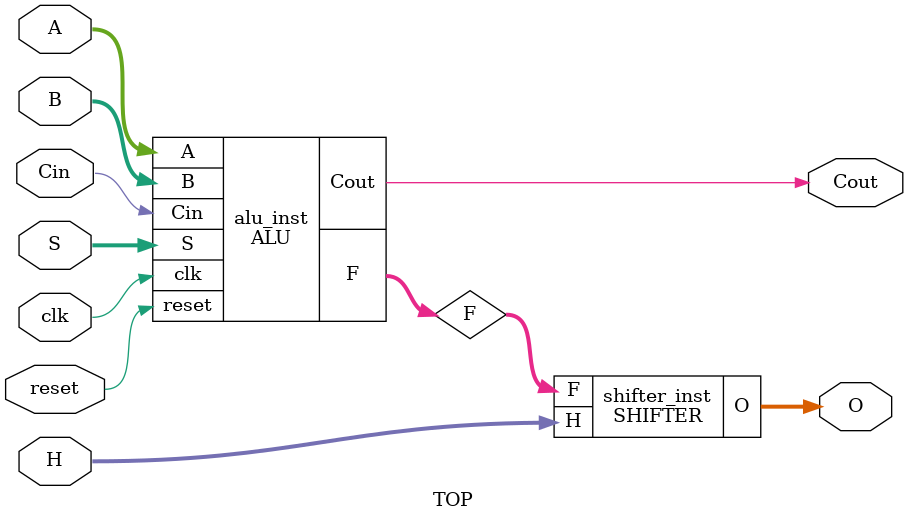
<source format=v>
/*
###############################################################
#  Generated by:      Cadence Innovus 16.10-p004_1
#  OS:                Linux x86_64(Host ID CadenceServer3.localdomain)
#  Generated on:      Wed Jun 14 15:49:40 2023
#  Design:            TOP
#  Command:           saveNetlist ./generated_netlist/cts.v
###############################################################
*/
// Generated by Cadence Genus(TM) Synthesis Solution 16.13-s036_1
// Generated on: Jun 13 2023 09:25:36 BDT (Jun 13 2023 03:25:36 UTC)
// Verification Directory fv/TOP 
module ALU (
	A, 
	B, 
	S, 
	Cin, 
	clk, 
	reset, 
	F, 
	Cout);
   input [3:0] A;
   input [3:0] B;
   input [2:0] S;
   input Cin;
   input clk;
   input reset;
   output [3:0] F;
   output Cout;

   // Internal wires
   wire FE_PHN5_reset;
   wire FE_OFN4_n_104;
   wire FE_OFN3_n_90;
   wire FE_OFN0_n_40;
   wire n_0;
   wire n_1;
   wire n_2;
   wire n_3;
   wire n_4;
   wire n_5;
   wire n_6;
   wire n_7;
   wire n_8;
   wire n_9;
   wire n_10;
   wire n_11;
   wire n_12;
   wire n_13;
   wire n_14;
   wire n_15;
   wire n_16;
   wire n_17;
   wire n_18;
   wire n_19;
   wire n_20;
   wire n_21;
   wire n_22;
   wire n_23;
   wire n_24;
   wire n_25;
   wire n_26;
   wire n_27;
   wire n_28;
   wire n_29;
   wire n_30;
   wire n_31;
   wire n_32;
   wire n_33;
   wire n_34;
   wire n_35;
   wire n_36;
   wire n_37;
   wire n_38;
   wire n_39;
   wire n_40;
   wire n_41;
   wire n_42;
   wire n_43;
   wire n_44;
   wire n_45;
   wire n_46;
   wire n_47;
   wire n_48;
   wire n_49;
   wire n_50;
   wire n_51;
   wire n_52;
   wire n_53;
   wire n_54;
   wire n_55;
   wire n_56;
   wire n_57;
   wire n_58;
   wire n_59;
   wire n_60;
   wire n_61;
   wire n_62;
   wire n_63;
   wire n_64;
   wire n_65;
   wire n_66;
   wire n_67;
   wire n_68;
   wire n_69;
   wire n_70;
   wire n_71;
   wire n_72;
   wire n_73;
   wire n_74;
   wire n_75;
   wire n_76;
   wire n_77;
   wire n_78;
   wire n_79;
   wire n_80;
   wire n_81;
   wire n_82;
   wire n_83;
   wire n_84;
   wire n_85;
   wire n_86;
   wire n_87;
   wire n_88;
   wire n_89;
   wire n_90;
   wire n_91;
   wire n_92;
   wire n_93;
   wire n_94;
   wire n_95;
   wire n_96;
   wire n_97;
   wire n_98;
   wire n_99;
   wire n_100;
   wire n_101;
   wire n_102;
   wire n_103;
   wire n_104;
   wire n_105;
   wire n_106;
   wire n_107;
   wire n_108;
   wire n_109;
   wire n_110;
   wire n_111;
   wire n_112;
   wire n_113;
   wire n_114;
   wire n_115;
   wire n_116;
   wire n_117;
   wire n_118;
   wire n_119;
   wire n_120;
   wire n_121;
   wire n_122;
   wire n_124;
   wire n_125;
   wire n_126;
   wire n_127;
   wire n_128;
   wire n_129;
   wire n_130;
   wire n_131;
   wire n_132;
   wire n_133;
   wire n_153;

   BUFX3 FE_PHC5_reset (.Y(FE_PHN5_reset),
	.A(reset));
   BUFX3 FE_OFC4_n_104 (.Y(FE_OFN4_n_104),
	.A(n_104));
   BUFX3 FE_OFC3_n_90 (.Y(FE_OFN3_n_90),
	.A(n_90));
   BUFX3 FE_OFC0_n_40 (.Y(FE_OFN0_n_40),
	.A(n_40));
   DFFRHQX1 Cout_reg (.Q(Cout),
	.D(n_133),
	.RN(n_6),
	.CK(clk));
   OAI211X1 g36167837 (.Y(n_133),
	.A0(n_62),
	.A1(n_130),
	.B0(n_74),
	.C0(n_132));
   DFFRHQX1 \F_reg[3]  (.Q(F[3]),
	.D(n_131),
	.RN(n_6),
	.CK(clk));
   NAND2X1 g36187557 (.Y(n_132),
	.A(n_38),
	.B(n_130));
   OAI211X1 g36197654 (.Y(n_131),
	.A0(n_118),
	.A1(n_115),
	.B0(n_127),
	.C0(n_129));
   DFFRHQX1 \F_reg[2]  (.Q(F[2]),
	.D(n_128),
	.RN(n_6),
	.CK(clk));
   AOI221X1 g36218867 (.Y(n_129),
	.A0(n_30),
	.A1(n_2),
	.B0(n_54),
	.B1(n_124),
	.C0(n_105));
   AOI22X1 g36221377 (.Y(n_130),
	.A0(n_108),
	.A1(n_153),
	.B0(n_29),
	.B1(n_125));
   OAI211X1 g36233717 (.Y(n_128),
	.A0(n_103),
	.A1(n_100),
	.B0(n_117),
	.C0(n_126));
   NAND2X1 g36244599 (.Y(n_127),
	.A(n_118),
	.B(n_115));
   AOI211XL g36253779 (.Y(n_126),
	.A0(n_54),
	.A1(n_113),
	.B0(n_87),
	.C0(n_107));
   NAND3X1 g36262007 (.Y(n_125),
	.A(n_119),
	.B(n_121),
	.C(n_122));
   XNOR2X1 g36271237 (.Y(n_124),
	.A(n_101),
	.B(n_110));
   DFFRHQX1 \F_reg[1]  (.Q(F[1]),
	.D(n_120),
	.RN(n_6),
	.CK(clk));
   OAI221X1 g36301297 (.Y(n_122),
	.A0(n_69),
	.A1(n_116),
	.B0(n_73),
	.B1(FE_OFN4_n_104),
	.C0(n_109));
   OAI21X1 g36312006 (.Y(n_121),
	.A0(n_69),
	.A1(n_111),
	.B0(n_116));
   OAI211X1 g36322833 (.Y(n_120),
	.A0(n_77),
	.A1(n_95),
	.B0(n_99),
	.C0(n_114));
   NAND2X1 g36337547 (.Y(n_117),
	.A(n_103),
	.B(n_100));
   NAND2X1 g36347765 (.Y(n_119),
	.A(n_69),
	.B(n_111));
   NOR2BX1 g36359867 (.Y(n_118),
	.AN(n_103),
	.B(n_100));
   INVX1 g3636 (.Y(n_116),
	.A(n_112));
   AOI211XL g36373377 (.Y(n_114),
	.A0(n_54),
	.A1(n_98),
	.B0(n_85),
	.C0(n_92));
   OAI21X1 g36389719 (.Y(n_113),
	.A0(n_89),
	.A1(n_94),
	.B0(n_110));
   AOI222X1 g36391591 (.Y(n_112),
	.A0(B[3]),
	.A1(n_38),
	.B0(A[3]),
	.B1(FE_OFN0_n_40),
	.C0(n_50),
	.C1(n_2));
   AOI22X1 g36406789 (.Y(n_115),
	.A0(n_28),
	.A1(n_2),
	.B0(A[3]),
	.B1(n_44));
   DFFRHQX1 \F_reg[0]  (.Q(F[0]),
	.D(n_106),
	.RN(n_6),
	.CK(clk));
   AND2X1 g36425927 (.Y(n_111),
	.A(FE_OFN4_n_104),
	.B(n_73));
   OAI2BB1X1 g36432001 (.Y(n_109),
	.A0N(n_72),
	.A1N(FE_OFN3_n_90),
	.B0(n_102));
   NAND2X1 g36441122 (.Y(n_110),
	.A(n_89),
	.B(n_94));
   OAI2BB1X1 g36452005 (.Y(n_108),
	.A0N(B[3]),
	.A1N(A[3]),
	.B0(n_97));
   OAI221X1 g36469771 (.Y(n_107),
	.A0(n_29),
	.A1(n_88),
	.B0(n_8),
	.B1(n_57),
	.C0(n_59));
   OAI221X1 g36473457 (.Y(n_106),
	.A0(n_49),
	.A1(n_77),
	.B0(n_36),
	.B1(n_61),
	.C0(n_96));
   OAI221X1 g36481279 (.Y(n_105),
	.A0(n_39),
	.A1(n_91),
	.B0(n_7),
	.B1(n_66),
	.C0(n_86));
   OAI22X1 g36496179 (.Y(n_102),
	.A0(n_72),
	.A1(FE_OFN3_n_90),
	.B0(n_68),
	.B1(n_76));
   OAI22X1 g36507837 (.Y(n_101),
	.A0(n_37),
	.A1(n_91),
	.B0(n_7),
	.B1(n_42));
   OAI222X1 g36517557 (.Y(n_104),
	.A0(n_8),
	.A1(n_37),
	.B0(n_51),
	.B1(n_88),
	.C0(n_3),
	.C1(n_39));
   OAI22X1 g36527654 (.Y(n_103),
	.A0(n_27),
	.A1(n_88),
	.B0(n_3),
	.B1(n_43));
   NAND2X1 g36548867 (.Y(n_99),
	.A(n_77),
	.B(n_95));
   NAND2BX1 g36551377 (.Y(n_100),
	.AN(n_95),
	.B(n_77));
   AO21XL g36563717 (.Y(n_98),
	.A0(n_78),
	.A1(n_84),
	.B0(n_94));
   OAI21X1 g36574599 (.Y(n_97),
	.A0(B[3]),
	.A1(A[3]),
	.B0(n_93));
   AOI221X1 g36583779 (.Y(n_96),
	.A0(A[0]),
	.A1(n_65),
	.B0(n_54),
	.B1(n_79),
	.C0(n_83));
   OAI221X1 g36602007 (.Y(n_92),
	.A0(n_29),
	.A1(n_71),
	.B0(n_9),
	.B1(n_63),
	.C0(n_56));
   AOI21X1 g36611237 (.Y(n_95),
	.A0(n_28),
	.A1(n_70),
	.B0(n_55));
   NOR2X1 g36621297 (.Y(n_94),
	.A(n_78),
	.B(n_84));
   OAI22X1 g36632006 (.Y(n_93),
	.A0(n_20),
	.A1(n_80),
	.B0(n_8),
	.B1(n_3));
   OAI22X1 g36642833 (.Y(n_87),
	.A0(n_39),
	.A1(n_82),
	.B0(n_3),
	.B1(n_66));
   XNOR2X1 g36657547 (.Y(n_91),
	.A(n_0),
	.B(n_75));
   OAI222X1 g36667765 (.Y(n_90),
	.A0(n_51),
	.A1(n_71),
	.B0(n_9),
	.B1(n_37),
	.C0(n_4),
	.C1(n_39));
   AOI22X1 g36679867 (.Y(n_89),
	.A0(n_38),
	.A1(n_81),
	.B0(A[2]),
	.B1(n_41));
   XNOR2X1 g36683377 (.Y(n_88),
	.A(n_34),
	.B(n_80));
   AOI222X1 g36699719 (.Y(n_86),
	.A0(n_0),
	.A1(n_48),
	.B0(n_7),
	.B1(n_46),
	.C0(B[3]),
	.C1(n_64));
   OAI22X1 g36701591 (.Y(n_85),
	.A0(n_39),
	.A1(n_60),
	.B0(n_4),
	.B1(n_66));
   OAI222X4 g36716789 (.Y(n_83),
	.A0(n_21),
	.A1(n_47),
	.B0(n_10),
	.B1(n_35),
	.C0(A[0]),
	.C1(n_45));
   OAI22X1 g36725927 (.Y(n_84),
	.A0(n_37),
	.A1(n_60),
	.B0(n_4),
	.B1(n_42));
   INVX1 g3673 (.Y(n_82),
	.A(n_81));
   INVX1 g3674 (.Y(n_79),
	.A(n_78));
   OAI222X2 g36752001 (.Y(n_76),
	.A0(n_10),
	.A1(n_37),
	.B0(n_36),
	.B1(n_51),
	.C0(n_5),
	.C1(n_39));
   XNOR2X1 g36761122 (.Y(n_81),
	.A(n_34),
	.B(n_52));
   AOI21X1 g36772005 (.Y(n_75),
	.A0(n_18),
	.A1(n_53),
	.B0(n_16));
   OA22X1 g36789771 (.Y(n_80),
	.A0(n_19),
	.A1(n_21),
	.B0(n_9),
	.B1(n_4));
   OAI22X1 g36793457 (.Y(n_78),
	.A0(n_36),
	.A1(n_37),
	.B0(n_5),
	.B1(n_42));
   OAI22X1 g36801279 (.Y(n_77),
	.A0(n_36),
	.A1(n_27),
	.B0(n_5),
	.B1(n_43));
   INVX1 g3681 (.Y(n_74),
	.A(n_67));
   INVX1 g3682 (.Y(n_70),
	.A(n_71));
   AOI221X1 g36836179 (.Y(n_68),
	.A0(B[0]),
	.A1(FE_OFN0_n_40),
	.B0(A[0]),
	.B1(n_38),
	.C0(n_28));
   OAI211X1 g36847837 (.Y(n_67),
	.A0(n_26),
	.A1(n_42),
	.B0(n_1),
	.C0(n_58));
   AOI221X1 g36857557 (.Y(n_73),
	.A0(B[2]),
	.A1(FE_OFN0_n_40),
	.B0(A[2]),
	.B1(n_38),
	.C0(n_28));
   AOI221X1 g36867654 (.Y(n_72),
	.A0(B[1]),
	.A1(FE_OFN0_n_40),
	.B0(A[1]),
	.B1(n_38),
	.C0(n_28));
   XNOR2X1 g36878867 (.Y(n_71),
	.A(n_21),
	.B(n_32));
   AOI221X1 g36881377 (.Y(n_69),
	.A0(B[3]),
	.A1(FE_OFN0_n_40),
	.B0(A[3]),
	.B1(n_38),
	.C0(n_28));
   INVX1 g3689 (.Y(n_66),
	.A(n_65));
   OAI21X1 g36903717 (.Y(n_64),
	.A0(n_7),
	.A1(n_47),
	.B0(n_35));
   OA21X1 g36914599 (.Y(n_63),
	.A0(n_4),
	.A1(n_47),
	.B0(n_35));
   NOR2X1 g36923779 (.Y(n_62),
	.A(FE_OFN0_n_40),
	.B(n_50));
   NOR3X1 g36932007 (.Y(n_61),
	.A(n_48),
	.B(n_30),
	.C(FE_OFN0_n_40));
   OAI211X1 g36941237 (.Y(n_65),
	.A0(n_22),
	.A1(n_13),
	.B0(n_1),
	.C0(n_35));
   AOI22X1 g36951297 (.Y(n_59),
	.A0(n_33),
	.A1(n_48),
	.B0(n_3),
	.B1(n_46));
   NAND4X1 g36962006 (.Y(n_58),
	.A(A[0]),
	.B(A[3]),
	.C(A[2]),
	.D(n_55));
   OA21X1 g36972833 (.Y(n_57),
	.A0(n_3),
	.A1(n_47),
	.B0(n_35));
   AOI22X1 g36987547 (.Y(n_56),
	.A0(n_31),
	.A1(n_48),
	.B0(n_4),
	.B1(n_46));
   XNOR2X1 g36997765 (.Y(n_60),
	.A(n_14),
	.B(n_32));
   NOR2X1 g37009867 (.Y(n_55),
	.A(n_4),
	.B(n_43));
   NAND2X1 g37013377 (.Y(n_54),
	.A(n_42),
	.B(n_37));
   INVX1 g3702 (.Y(n_53),
	.A(n_52));
   INVX1 g3703 (.Y(n_50),
	.A(n_51));
   NOR2XL g37049719 (.Y(n_49),
	.A(n_44),
	.B(n_28));
   AOI21X1 g37051591 (.Y(n_52),
	.A0(n_15),
	.A1(n_14),
	.B0(n_17));
   NOR2X1 g37066789 (.Y(n_51),
	.A(n_30),
	.B(n_28));
   INVX1 g3707 (.Y(n_45),
	.A(n_46));
   INVX1 g3708 (.Y(n_43),
	.A(n_44));
   INVX1 g3709 (.Y(n_42),
	.A(n_41));
   INVX1 g3710 (.Y(n_39),
	.A(FE_OFN0_n_40));
   INVX1 g3711 (.Y(n_37),
	.A(n_38));
   NOR2X1 g37135927 (.Y(n_48),
	.A(n_12),
	.B(n_23));
   OR2X1 g37142001 (.Y(n_47),
	.A(n_12),
	.B(n_25));
   NOR2X1 g37151122 (.Y(n_46),
	.A(n_12),
	.B(n_24));
   NOR2X1 g37162005 (.Y(n_44),
	.A(n_22),
	.B(n_23));
   NOR2X1 g3717 (.Y(n_41),
	.A(n_13),
	.B(n_11));
   NOR2X1 g37189771 (.Y(n_40),
	.A(n_25),
	.B(n_22));
   NOR2X2 g37193457 (.Y(n_38),
	.A(n_22),
	.B(n_24));
   INVX1 g3720 (.Y(n_33),
	.A(n_34));
   INVX1 g3721 (.Y(n_31),
	.A(n_32));
   INVX1 g3722 (.Y(n_29),
	.A(n_30));
   INVX1 g3723 (.Y(n_27),
	.A(n_28));
   NOR4X1 g37241279 (.Y(n_26),
	.A(A[0]),
	.B(A[3]),
	.C(A[1]),
	.D(A[2]));
   OAI2BB1X1 g37256179 (.Y(n_36),
	.A0N(n_10),
	.A1N(n_5),
	.B0(n_21));
   OR2X1 g37277837 (.Y(n_35),
	.A(n_12),
	.B(n_13));
   NOR2BX1 g37287557 (.Y(n_34),
	.AN(n_18),
	.B(n_16));
   NOR2BX1 g37297654 (.Y(n_32),
	.AN(n_15),
	.B(n_17));
   NOR2X1 g37308867 (.Y(n_30),
	.A(n_23),
	.B(n_11));
   NOR2X2 g37311377 (.Y(n_28),
	.A(n_24),
	.B(n_11));
   NOR2X1 g37323717 (.Y(n_20),
	.A(B[2]),
	.B(A[2]));
   NOR2X1 g37334599 (.Y(n_19),
	.A(B[1]),
	.B(A[1]));
   NAND2X1 g37343779 (.Y(n_25),
	.A(S[0]),
	.B(S[1]));
   NAND2BX1 g37352007 (.Y(n_24),
	.AN(S[1]),
	.B(S[0]));
   NAND2BX1 g37361237 (.Y(n_23),
	.AN(S[0]),
	.B(S[1]));
   OR2X1 g37371297 (.Y(n_22),
	.A(Cin),
	.B(S[2]));
   NAND2X1 g37382006 (.Y(n_21),
	.A(B[0]),
	.B(A[0]));
   NAND2X1 g37402833 (.Y(n_18),
	.A(B[2]),
	.B(n_3));
   NOR2X1 g37417547 (.Y(n_17),
	.A(B[1]),
	.B(n_4));
   NOR2X1 g37427765 (.Y(n_16),
	.A(B[2]),
	.B(n_3));
   NAND2X1 g37439867 (.Y(n_15),
	.A(B[1]),
	.B(n_4));
   NAND2X1 g37443377 (.Y(n_14),
	.A(B[0]),
	.B(n_5));
   OR2X1 g37459719 (.Y(n_13),
	.A(S[0]),
	.B(S[1]));
   NAND2X1 g37461591 (.Y(n_12),
	.A(Cin),
	.B(S[2]));
   NAND2BX1 g37476789 (.Y(n_11),
	.AN(S[2]),
	.B(Cin));
   INVX1 g3748 (.Y(n_10),
	.A(B[0]));
   INVX1 g3749 (.Y(n_9),
	.A(B[1]));
   INVX1 g3750 (.Y(n_8),
	.A(B[2]));
   INVX1 g3751 (.Y(n_7),
	.A(A[3]));
   INVX1 g3752 (.Y(n_6),
	.A(FE_PHN5_reset));
   INVX1 g3754 (.Y(n_5),
	.A(A[0]));
   INVX1 g3755 (.Y(n_4),
	.A(A[1]));
   INVX1 g3756 (.Y(n_3),
	.A(A[2]));
   XOR2X1 g25927 (.Y(n_2),
	.A(n_0),
	.B(n_93));
   OR2X1 g37572001 (.Y(n_1),
	.A(n_25),
	.B(n_11));
   MXI2XL g37581122 (.Y(n_0),
	.A(n_7),
	.B(A[3]),
	.S0(B[3]));
   NAND2X1 g37592005 (.Y(n_153),
	.A(n_27),
	.B(n_122));
endmodule

module SHIFTER (
	F, 
	H, 
	O);
   input [3:0] F;
   input [1:0] H;
   output [3:0] O;

   // Internal wires
   wire n_0;
   wire n_1;
   wire n_2;
   wire n_3;
   wire n_4;
   wire n_5;
   wire n_6;
   wire n_7;
   wire n_8;

   OAI22X1 g2469771 (.Y(O[2]),
	.A0(H[0]),
	.A1(n_6),
	.B0(n_1),
	.B1(n_3));
   OAI22X1 g2473457 (.Y(O[1]),
	.A0(H[0]),
	.A1(n_7),
	.B0(n_2),
	.B1(n_3));
   OAI32X1 g2481279 (.Y(O[3]),
	.A0(n_2),
	.A1(H[0]),
	.A2(n_0),
	.B0(n_1),
	.B1(n_5));
   OAI2BB1X1 g2496179 (.Y(O[0]),
	.A0N(F[0]),
	.A1N(n_4),
	.B0(n_8));
   NAND2BX1 g2507837 (.Y(n_8),
	.AN(n_3),
	.B(F[1]));
   AOI22X1 g2517557 (.Y(n_7),
	.A0(F[1]),
	.A1(n_0),
	.B0(F[0]),
	.B1(H[1]));
   AOI22X1 g2527654 (.Y(n_6),
	.A0(F[2]),
	.A1(n_0),
	.B0(F[1]),
	.B1(H[1]));
   INVX1 g253 (.Y(n_5),
	.A(n_4));
   NOR2X1 g2548867 (.Y(n_4),
	.A(H[0]),
	.B(H[1]));
   NAND2X1 g2551377 (.Y(n_3),
	.A(H[0]),
	.B(n_0));
   INVX1 g256 (.Y(n_2),
	.A(F[2]));
   INVX1 g257 (.Y(n_1),
	.A(F[3]));
   INVX1 g258 (.Y(n_0),
	.A(H[1]));
endmodule

module TOP (
	A, 
	B, 
	S, 
	Cin, 
	clk, 
	reset, 
	H, 
	O, 
	Cout);
   input [3:0] A;
   input [3:0] B;
   input [2:0] S;
   input Cin;
   input clk;
   input reset;
   input [1:0] H;
   output [3:0] O;
   output Cout;

   // Internal wires
   wire [3:0] F;

   ALU alu_inst (.A(A),
	.B(B),
	.S(S),
	.Cin(Cin),
	.clk(clk),
	.reset(reset),
	.F(F),
	.Cout(Cout));
   SHIFTER shifter_inst (.F(F),
	.H(H),
	.O(O));
endmodule


</source>
